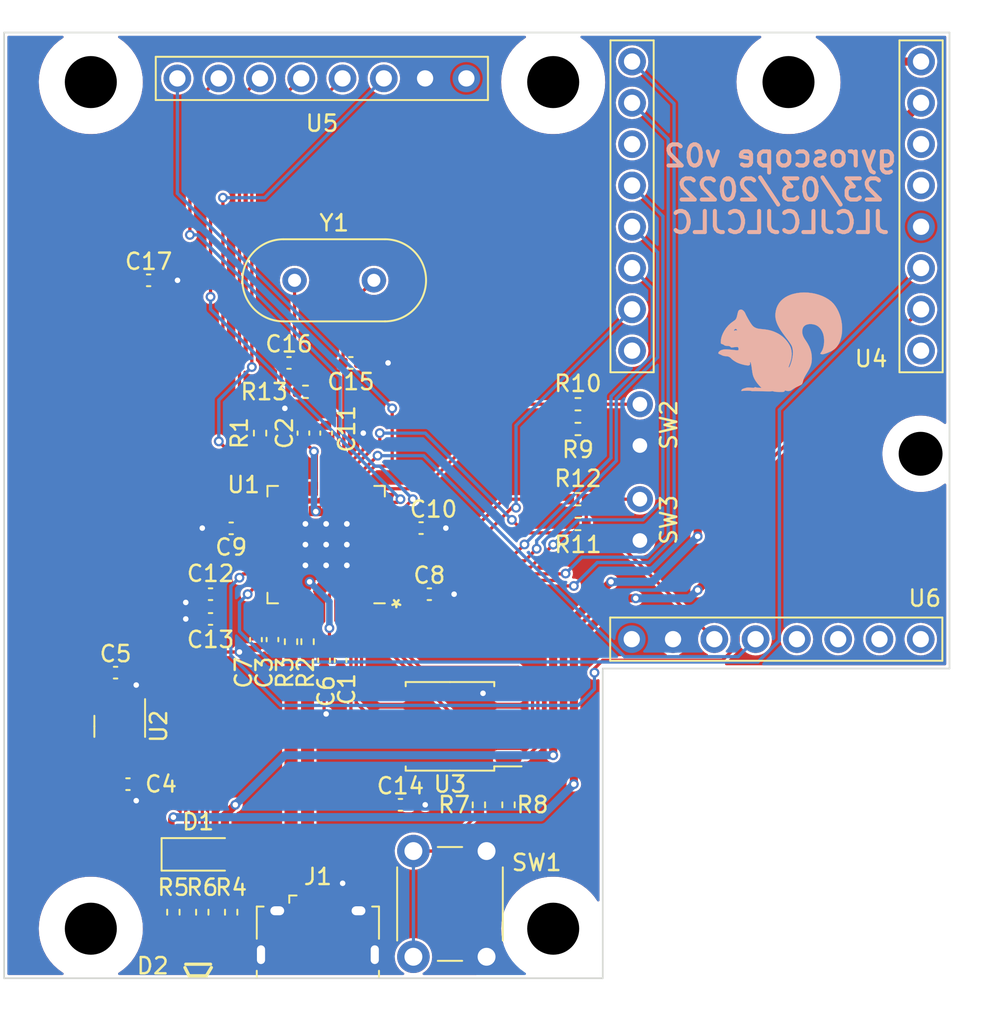
<source format=kicad_pcb>
(kicad_pcb (version 20211014) (generator pcbnew)
  (title_block (title "Gyroscope") (date "23/03/2022") (rev "v02") (comment 2 "https://creativecommons.org/licenses/by/4.0/") (comment 3 "License: CC BY 4.0") (comment 4 "Author: McLovin"))
  (layers (0 "F.Cu" signal) (31 "B.Cu" signal) (34 "B.Paste" user) (35 "F.Paste" user) (36 "B.SilkS" user "B.Silkscreen") (37 "F.SilkS" user "F.Silkscreen") (38 "B.Mask" user) (39 "F.Mask" user) (44 "Edge.Cuts" user))
  (net 0 "")
  (net 1 "/VBUS")
  (net 2 "/USB_D-")
  (net 3 "/USB_D+")
  (net 5 "GND")
  (net 6 "+3V3")
  (net 7 "/GP18")
  (net 8 "/GP17")
  (net 9 "/GP16")
  (net 10 "/GP11")
  (net 11 "/GP10")
  (net 12 "/GP13")
  (net 13 "Net-(R11-Pad1)")
  (net 14 "/GP0")
  (net 15 "/GP1")
  (net 16 "/GP2")
  (net 17 "/GP3")
  (net 18 "/GP4")
  (net 19 "/GP5")
  (net 20 "/GP6")
  (net 24 "/GP12")
  (net 25 "/GP14")
  (net 26 "/GP15")
  (net 27 "/XIN")
  (net 28 "/XOUT")
  (net 29 "+1V1")
  (net 32 "Net-(R1-Pad2)")
  (net 33 "/GP19")
  (net 34 "/GP20")
  (net 35 "/GP21")
  (net 42 "/GP28")
  (net 43 "/ADC_VREF")
  (net 44 "Net-(R3-Pad1)")
  (net 45 "Net-(R2-Pad1)")
  (net 46 "/QSPI_SD3")
  (net 47 "/QSPI_SCLK")
  (net 48 "/QSPI_SD0")
  (net 49 "/QSPI_SD2")
  (net 50 "/QSPI_SD1")
  (net 51 "/QSPI_SS")
  (net 52 "Net-(D2-Pad2)")
  (net 53 "Net-(D2-Pad3)")
  (net 54 "Net-(D2-Pad4)")
  (net 55 "Net-(R10-Pad1)")
  (net 61 "/VSYS")
  (net 66 "Net-(C16-Pad2)")
  (net 67 "/USB_BOOT")
  (footprint "Capacitor_SMD:C_0402_1005Metric" (layer "F.Cu") (at 114.3 86.868 180)
    (fp_text reference "C13")
    (fp_text value "100nF")
  )
  (footprint "gyroscope:SW_reset_recal" (layer "F.Cu") (at 140.716 80.772 90)
    (fp_text reference "SW3")
    (fp_text value "RE_CAL")
  )
  (footprint "Resistor_SMD:R_0402_1005Metric" (layer "F.Cu") (at 117.348 75.438 -90)
    (fp_text reference "R1")
    (fp_text value "10k")
  )
  (footprint "Crystal:Crystal_HC49-U_Vertical" (layer "F.Cu") (at 119.47 66.04)
    (fp_text reference "Y1")
    (fp_text value "ECS-120-18-4VX")
  )
  (footprint "Resistor_SMD:R_0402_1005Metric" (layer "F.Cu") (at 130.81 98.298 90)
    (fp_text reference "R7")
    (fp_text value "1k")
  )
  (footprint "gyroscope:PIM557" (layer "F.Cu") (at 149.098 61.722)
    (fp_text reference "U4")
    (fp_text value "PIM557")
  )
  (footprint "Capacitor_SMD:C_0402_1005Metric" (layer "F.Cu") (at 108.458 90.17)
    (fp_text reference "C5")
    (fp_text value "1uF")
  )
  (footprint "gyroscope:TFT_1.8in" (layer "F.Cu") (at 121.158 53.594 180)
    (fp_text reference "U5")
    (fp_text value "TFT_1.8in")
  )
  (footprint "MountingHole:MountingHole_3.2mm_M3" (layer "F.Cu") (at 106.934 105.918)
    (fp_text reference "H2")
    (fp_text value "MountingHole")
  )
  (footprint "Capacitor_SMD:C_0402_1005Metric" (layer "F.Cu") (at 115.57 81.296 180)
    (fp_text reference "C9")
    (fp_text value "100nF")
  )
  (footprint "gyroscope:POWER_SWITCH" (layer "F.Cu") (at 140.716 74.93 90)
    (fp_text reference "SW2")
    (fp_text value "POWER")
  )
  (footprint "Resistor_SMD:R_0402_1005Metric" (layer "F.Cu") (at 112.014 104.902 90)
    (fp_text reference "R5")
    (fp_text value "220")
  )
  (footprint "Capacitor_SMD:C_0402_1005Metric" (layer "F.Cu") (at 122.936 71.12 180)
    (fp_text reference "C15")
    (fp_text value "27pF")
  )
  (footprint "Capacitor_SMD:C_0402_1005Metric" (layer "F.Cu") (at 110.49 66.04)
    (fp_text reference "C17")
    (fp_text value "10uF")
  )
  (footprint "Capacitor_SMD:C_0402_1005Metric" (layer "F.Cu") (at 118.11 88.138 -90)
    (fp_text reference "C3")
    (fp_text value "1uF")
  )
  (footprint "Resistor_SMD:R_0402_1005Metric" (layer "F.Cu") (at 132.632 98.298 90)
    (fp_text reference "R8")
    (fp_text value "10k")
  )
  (footprint "Resistor_SMD:R_0402_1005Metric" (layer "F.Cu") (at 120.142 72.898)
    (fp_text reference "R13")
    (fp_text value "1k")
  )
  (footprint "Button_Switch_THT:SW_PUSH_6mm_H5mm" (layer "F.Cu") (at 126.782 107.644 90)
    (fp_text reference "SW1")
    (fp_text value "BOOTSEL")
  )
  (footprint "Resistor_SMD:R_0402_1005Metric" (layer "F.Cu") (at 136.906 73.66 180)
    (fp_text reference "R10")
    (fp_text value "10k")
  )
  (footprint "Resistor_SMD:R_0402_1005Metric" (layer "F.Cu") (at 136.906 81.026 180)
    (fp_text reference "R11")
    (fp_text value "10k")
  )
  (footprint "gyroscope:RGB_LED" (layer "F.Cu") (at 113.538 108.204)
    (fp_text reference "D2")
    (fp_text value "LED_AGRB")
  )
  (footprint "Capacitor_SMD:C_0402_1005Metric" (layer "F.Cu") (at 122.301 89.408 -90)
    (fp_text reference "C1")
    (fp_text value "100nF")
  )
  (footprint "MountingHole:MountingHole_3.2mm_M3" (layer "F.Cu") (at 135.382 105.918)
    (fp_text reference "H3")
    (fp_text value "MountingHole")
  )
  (footprint "MountingHole:MountingHole_3.2mm_M3" (layer "F.Cu") (at 106.934 53.848)
    (fp_text reference "H4")
    (fp_text value "MountingHole")
  )
  (footprint "Resistor_SMD:R_0402_1005Metric" (layer "F.Cu") (at 119.253 88.265 -90)
    (fp_text reference "R3")
    (fp_text value "27")
  )
  (footprint "Capacitor_SMD:C_0402_1005Metric" (layer "F.Cu") (at 120.015 75.438 90)
    (fp_text reference "C2")
    (fp_text value "100nF")
  )
  (footprint "Capacitor_SMD:C_0402_1005Metric" (layer "F.Cu") (at 117.094 88.138 -90)
    (fp_text reference "C7")
    (fp_text value "1uF")
  )
  (footprint "gyroscope:MPU-6050_pcb" (layer "F.Cu") (at 149.098 88.138 90)
    (fp_text reference "U6")
    (fp_text value "MPU-6050")
  )
  (footprint "Capacitor_SMD:C_0402_1005Metric" (layer "F.Cu") (at 127.254 81.28)
    (fp_text reference "C10")
    (fp_text value "100nF")
  )
  (footprint "Resistor_SMD:R_0402_1005Metric" (layer "F.Cu") (at 120.269 88.265 -90)
    (fp_text reference "R2")
    (fp_text value "27")
  )
  (footprint "Capacitor_SMD:C_0402_1005Metric" (layer "F.Cu") (at 121.285 89.408 -90)
    (fp_text reference "C6")
    (fp_text value "100nF")
  )
  (footprint "Package_TO_SOT_SMD:SOT-23" (layer "F.Cu") (at 108.712 93.472 -90)
    (fp_text reference "U2")
    (fp_text value "XC6206P332MR")
  )
  (footprint "Package_SO:SOIC-8_5.23x5.23mm_P1.27mm" (layer "F.Cu") (at 129.032 93.472 180)
    (fp_text reference "U3")
    (fp_text value "W25Q128JVS")
  )
  (footprint "Resistor_SMD:R_0402_1005Metric" (layer "F.Cu") (at 136.906 79.502 180)
    (fp_text reference "R12")
    (fp_text value "10k")
  )
  (footprint "Capacitor_SMD:C_0402_1005Metric" (layer "F.Cu") (at 125.984 98.298)
    (fp_text reference "C14")
    (fp_text value "100nF")
  )
  (footprint "Capacitor_SMD:C_0402_1005Metric" (layer "F.Cu") (at 121.412 75.438 90)
    (fp_text reference "C11")
    (fp_text value "100nF")
  )
  (footprint "gyroscope:RP2040-QFN-56" (layer "F.Cu") (at 121.412 82.296 180)
    (fp_text reference "U1")
    (fp_text value "RP2040")
  )
  (footprint "Diode_SMD:D_SOD-123" (layer "F.Cu") (at 113.538 101.346)
    (fp_text reference "D1")
    (fp_text value "1N4002W")
  )
  (footprint "MountingHole:MountingHole_3.2mm_M3" (layer "F.Cu") (at 135.382 53.848)
    (fp_text reference "H1")
    (fp_text value "MountingHole")
  )
  (footprint "gyroscope:logo_mirrored" (layer "F.Cu") (at 149.352 69.85)
    (fp_text reference "G***" hide)
    (fp_text value "LOGO" hide)
  )
  (footprint "Capacitor_SMD:C_0402_1005Metric" (layer "F.Cu") (at 114.3 85.344 180)
    (fp_text reference "C12")
    (fp_text value "100nF")
  )
  (footprint "Capacitor_SMD:C_0402_1005Metric" (layer "F.Cu") (at 119.126 71.12)
    (fp_text reference "C16")
    (fp_text value "27pF")
  )
  (footprint "MountingHole:MountingHole_3.2mm_M3" (layer "F.Cu") (at 149.86 53.848)
    (fp_text reference "H6")
    (fp_text value "MountingHole")
  )
  (footprint "MountingHole:MountingHole_2.7mm_M2.5" (layer "F.Cu") (at 157.988 76.708)
    (fp_text reference "H5")
    (fp_text value "MountingHole")
  )
  (footprint "Resistor_SMD:R_0402_1005Metric" (layer "F.Cu") (at 136.906 75.184 180)
    (fp_text reference "R9")
    (fp_text value "10k")
  )
  (footprint "gyroscope:USB 2.0 Micro B" (layer "F.Cu") (at 120.904 106.216)
    (fp_text reference "J1")
    (fp_text value "USB_B_Micro")
  )
  (footprint "Resistor_SMD:R_0402_1005Metric" (layer "F.Cu") (at 115.57 104.902 90)
    (fp_text reference "R4")
    (fp_text value "220")
  )
  (footprint "Capacitor_SMD:C_0402_1005Metric" (layer "F.Cu") (at 109.22 97.028)
    (fp_text reference "C4")
    (fp_text value "1uF")
  )
  (footprint "Resistor_SMD:R_0402_1005Metric" (layer "F.Cu") (at 113.792 104.902 90)
    (fp_text reference "R6")
    (fp_text value "220")
  )
  (footprint "Capacitor_SMD:C_0402_1005Metric" (layer "F.Cu") (at 127.762 85.344)
    (fp_text reference "C8")
    (fp_text value "100nF")
  )
  (gr_line (start 159.766 89.916) (end 159.766 50.8) (layer "Edge.Cuts") (width 0.1))
  (gr_line (start 138.43 108.966) (end 101.6 108.966) (layer "Edge.Cuts") (width 0.1))
  (gr_line (start 101.6 50.8) (end 159.766 50.8) (layer "Edge.Cuts") (width 0.1))
  (gr_line (start 159.766 89.916) (end 138.43 89.916) (layer "Edge.Cuts") (width 0.1))
  (gr_line (start 138.43 89.916) (end 138.43 108.966) (layer "Edge.Cuts") (width 0.1))
  (gr_line (start 101.6 108.966) (end 101.6 50.8) (layer "Edge.Cuts") (width 0.1))
  (gr_text "JLCJLCJLCJLC" (at 149.352 62.484) (layer "B.SilkS") (effects (font (size 1.3 1.3) (thickness 0.25)) (justify mirror)))
  (gr_text "gyroscope v02\n23/03/2022" (at 149.352 59.436) (layer "B.SilkS") (effects (font (size 1.3 1.3) (thickness 0.25)) (justify mirror)))
  (segment (start 151.384 57.912) (end 144.272 65.024) (width 0.5) (layer "F.Cu") (net 1))
  (segment (start 158.016 52.586) (end 156.71 52.586) (width 0.5) (layer "F.Cu") (net 1))
  (segment (start 115.188 98.934) (end 115.188 101.346) (width 0.5) (layer "F.Cu") (net 1))
  (segment (start 156.71 52.586) (end 151.384 57.912) (width 0.5) (layer "F.Cu") (net 1))
  (segment (start 144.272 65.024) (end 144.272 81.788) (width 0.5) (layer "F.Cu") (net 1))
  (segment (start 119.604 103.867454) (end 117.082546 101.346) (width 0.4) (layer "F.Cu") (net 1))
  (segment (start 117.082546 101.346) (end 115.188 101.346) (width 0.4) (layer "F.Cu") (net 1))
  (segment (start 115.824 98.298) (end 115.188 98.934) (width 0.5) (layer "F.Cu") (net 1))
  (segment (start 138.938 84.582) (end 135.382 88.138) (width 0.5) (layer "F.Cu") (net 1))
  (segment (start 135.382 88.138) (end 135.382 95.25) (width 0.5) (layer "F.Cu") (net 1))
  (segment (start 119.604 104.849) (end 119.604 103.867454) (width 0.4) (layer "F.Cu") (net 1))
  (via (at 135.382 95.25) (size 0.6) (drill 0.34) (layers "F.Cu" "B.Cu") (net 1))
  (via (at 144.272 81.788) (size 0.6) (drill 0.34) (layers "F.Cu" "B.Cu") (net 1))
  (via (at 115.824 98.298) (size 0.6) (drill 0.34) (layers "F.Cu" "B.Cu") (net 1))
  (via (at 138.938 84.582) (size 0.6) (drill 0.34) (layers "F.Cu" "B.Cu") (net 1))
  (segment (start 135.382 95.25) (end 118.872 95.25) (width 0.5) (layer "B.Cu") (net 1))
  (segment (start 144.272 81.788) (end 141.478 84.582) (width 0.5) (layer "B.Cu") (net 1))
  (segment (start 141.478 84.582) (end 138.938 84.582) (width 0.5) (layer "B.Cu") (net 1))
  (segment (start 118.872 95.25) (end 115.824 98.298) (width 0.5) (layer "B.Cu") (net 1))
  (segment (start 120.254 103.49) (end 120.254 104.849) (width 0.4) (layer "F.Cu") (net 2))
  (segment (start 119.38 102.616) (end 119.253 102.489) (width 0.8) (layer "F.Cu") (net 2))
  (segment (start 119.253 102.489) (end 119.253 88.775) (width 0.8) (layer "F.Cu") (net 2))
  (segment (start 119.38 102.616) (end 119.888 103.124) (width 0.8) (layer "F.Cu") (net 2))
  (segment (start 119.888 103.124) (end 120.254 103.49) (width 0.4) (layer "F.Cu") (net 2))
  (segment (start 120.904 102.362) (end 120.904 103.124) (width 0.8) (layer "F.Cu") (net 3))
  (segment (start 120.269 88.775) (end 120.269 101.727) (width 0.8) (layer "F.Cu") (net 3))
  (segment (start 120.904 103.124) (end 120.904 104.849) (width 0.4) (layer "F.Cu") (net 3))
  (segment (start 120.269 101.727) (end 120.904 102.362) (width 0.8) (layer "F.Cu") (net 3))
  (segment (start 109.662 92.5345) (end 109.662 90.998) (width 0.2) (layer "F.Cu") (net 5))
  (segment (start 109.7 97.028) (end 109.7 98.016) (width 0.2) (layer "F.Cu") (net 5))
  (segment (start 121.285 92.583) (end 121.412 92.71) (width 0.2) (layer "F.Cu") (net 5))
  (segment (start 128.242 85.344) (end 129.286 85.344) (width 0.2) (layer "F.Cu") (net 5))
  (segment (start 119.916 74.958) (end 118.872 73.914) (width 0.2) (layer "F.Cu") (net 5))
  (segment (start 126.464 98.298) (end 127.508 98.298) (width 0.2) (layer "F.Cu") (net 5))
  (segment (start 117.094 88.618) (end 116.36 88.618) (width 0.2) (layer "F.Cu") (net 5))
  (segment (start 108.938 90.17) (end 108.966 90.17) (width 0.2) (layer "F.Cu") (net 5))
  (segment (start 110.97 66.04) (end 112.268 66.04) (width 0.2) (layer "F.Cu") (net 5))
  (segment (start 127.734 81.28) (end 128.778 81.28) (width 0.2) (layer "F.Cu") (net 5))
  (segment (start 121.285 89.888) (end 122.301 89.888) (width 0.2) (layer "F.Cu") (net 5))
  (segment (start 123.416 71.12) (end 125.222 71.12) (width 0.2) (layer "F.Cu") (net 5))
  (segment (start 113.82 85.344) (end 113.284 85.344) (width 0.2) (layer "F.Cu") (net 5))
  (segment (start 131.191 91.567) (end 131.064 91.44) (width 0.2) (layer "F.Cu") (net 5))
  (segment (start 120.015 74.958) (end 121.412 74.958) (width 0.2) (layer "F.Cu") (net 5))
  (segment (start 113.82 86.868) (end 112.776 86.868) (width 0.2) (layer "F.Cu") (net 5))
  (segment (start 118.646 73.688) (end 118.872 73.914) (width 0.2) (layer "F.Cu") (net 5))
  (segment (start 115.09 81.296) (end 113.808 81.296) (width 0.2) (layer "F.Cu") (net 5))
  (segment (start 116.36 88.618) (end 116.078 88.9) (width 0.2) (layer "F.Cu") (net 5))
  (segment (start 123.698 76.454) (end 123.698 75.438) (width 0.2) (layer "F.Cu") (net 5))
  (segment (start 122.204 103.348) (end 122.428 103.124) (width 0.2) (layer "F.Cu") (net 5))
  (segment (start 113.808 81.296) (end 113.792 81.28) (width 0.2) (layer "F.Cu") (net 5))
  (segment (start 122.204 104.816) (end 122.204 103.348) (width 0.2) (layer "F.Cu") (net 5))
  (segment (start 122.412 78.8585) (end 122.412 77.74) (width 0.2) (layer "F.Cu") (net 5))
  (segment (start 109.662 90.998) (end 109.728 90.932) (width 0.2) (layer "F.Cu") (net 5))
  (segment (start 114.808 88.9) (end 112.776 86.868) (width 0.2) (layer "F.Cu") (net 5))
  (segment (start 108.966 90.17) (end 109.728 90.932) (width 0.2) (layer "F.Cu") (net 5))
  (segment (start 118.646 71.12) (end 118.646 73.688) (width 0.2) (layer "F.Cu") (net 5))
  (segment (start 120.015 74.958) (end 119.916 74.958) (width 0.2) (layer "F.Cu") (net 5))
  (segment (start 121.285 89.888) (end 121.285 92.583) (width 0.2) (layer "F.Cu") (net 5))
  (segment (start 118.11 88.618) (end 117.094 88.618) (width 0.2) (layer "F.Cu") (net 5))
  (segment (start 116.078 88.9) (end 114.808 88.9) (width 0.2) (layer "F.Cu") (net 5))
  (segment (start 122.412 77.74) (end 123.698 76.454) (width 0.2) (layer "F.Cu") (net 5))
  (segment (start 113.284 85.344) (end 112.776 85.852) (width 0.2) (layer "F.Cu") (net 5))
  (segment (start 132.632 91.567) (end 131.191 91.567) (width 0.2) (layer "F.Cu") (net 5))
  (segment (start 109.7 98.016) (end 109.728 98.044) (width 0.2) (layer "F.Cu") (net 5))
  (via (at 118.872 73.914) (size 0.6) (drill 0.34) (layers "F.Cu" "B.Cu") (net 5))
  (via (at 129.286 85.344) (size 0.6) (drill 0.34) (layers "F.Cu" "B.Cu") (net 5))
  (via (at 128.778 81.28) (size 0.6) (drill 0.34) (layers "F.Cu" "B.Cu") (net 5))
  (via (at 131.064 91.44) (size 0.6) (drill 0.34) (layers "F.Cu" "B.Cu") (net 5))
  (via (at 123.698 75.438) (size 0.6) (drill 0.34) (layers "F.Cu" "B.Cu") (net 5))
  (via (at 112.776 86.868) (size 0.6) (drill 0.34) (layers "F.Cu" "B.Cu") (net 5))
  (via (at 127.508 98.298) (size 0.6) (drill 0.34) (layers "F.Cu" "B.Cu") (net 5))
  (via (at 122.428 103.124) (size 0.6) (drill 0.34) (layers "F.Cu" "B.Cu") (net 5))
  (via (at 116.078 88.9) (size 0.6) (drill 0.34) (layers "F.Cu" "B.Cu") (net 5))
  (via (at 112.268 66.04) (size 0.6) (drill 0.34) (layers "F.Cu" "B.Cu") (net 5))
  (via (at 109.728 90.932) (size 0.6) (drill 0.34) (layers "F.Cu" "B.Cu") (net 5))
  (via (at 113.792 81.28) (size 0.6) (drill 0.34) (layers "F.Cu" "B.Cu") (net 5))
  (via (at 112.776 85.852) (size 0.6) (drill 0.34) (layers "F.Cu" "B.Cu") (net 5))
  (via (at 109.728 98.044) (size 0.6) (drill 0.34) (layers "F.Cu" "B.Cu") (net 5))
  (via (at 121.412 92.71) (size 0.6) (drill 0.34) (layers "F.Cu" "B.Cu") (net 5))
  (via (at 125.222 71.12) (size 0.6) (drill 0.34) (layers "F.Cu" "B.Cu") (net 5))
  (segment (start 118.558 84.896) (end 117.9745 84.896) (width 0.2) (layer "F.Cu") (net 6))
  (segment (start 121.031 88.674) (end 121.285 88.928) (width 0.2) (layer "F.Cu") (net 6))
  (segment (start 121.212 85.7335) (end 121.212 84.89) (width 0.2) (layer "F.Cu") (net 6))
  (segment (start 124.8495 84.896) (end 124.012 84.896) (width 0.2) (layer "F.Cu") (net 6))
  (segment (start 124.8495 81.296) (end 123.968 81.296) (width 0.2) (layer "F.Cu") (net 6))
  (segment (start 125.504 95.449) (end 125.432 95.377) (width 0.2) (layer "F.Cu") (net 6))
  (segment (start 125.504 98.298) (end 125.504 95.449) (width 0.2) (layer "F.Cu") (net 6))
  (segment (start 121.212 78.8585) (end 121.212 79.556) (width 0.2) (layer "F.Cu") (net 6))
  (segment (start 120.812 85.7335) (end 120.812 84.928) (width 0.2) (layer "F.Cu") (net 6))
  (segment (start 121.031 86.741) (end 121.031 88.674) (width 0.2) (layer "F.Cu") (net 6))
  (segment (start 124.8495 81.296) (end 126.758 81.296) (width 0.2) (layer "F.Cu") (net 6))
  (segment (start 117.9745 81.296) (end 116.05 81.296) (width 0.2) (layer "F.Cu") (net 6))
  (segment (start 121.212 79.556) (end 121.412 79.756) (width 0.2) (layer "F.Cu") (net 6))
  (segment (start 121.212 76.118) (end 121.412 75.918) (width 0.2) (layer "F.Cu") (net 6))
  (segment (start 121.212 85.7335) (end 121.212 86.56) (width 0.2) (layer "F.Cu") (net 6))
  (segment (start 121.212 78.8585) (end 121.212 76.118) (width 0.2) (layer "F.Cu") (net 6))
  (segment (start 119.212 84.922) (end 119.126 84.836) (width 0.2) (layer "F.Cu") (net 6))
  (segment (start 121.031 86.741) (end 120.812 86.522) (width 0.2) (layer "F.Cu") (net 6))
  (segment (start 120.812 84.928) (end 120.904 84.836) (width 0.2) (layer "F.Cu") (net 6))
  (segment (start 118.812 85.7335) (end 118.812 85.15) (width 0.2) (layer "F.Cu") (net 6))
  (segment (start 117.9745 81.296) (end 118.856 81.296) (width 0.2) (layer "F.Cu") (net 6))
  (segment (start 119.212 85.7335) (end 119.212 84.922) (width 0.2) (layer "F.Cu") (net 6))
  (segment (start 126.758 81.296) (end 126.774 81.28) (width 0.2) (layer "F.Cu") (net 6))
  (segment (start 121.212 86.56) (end 121.031 86.741) (width 0.2) (layer "F.Cu") (net 6))
  (segment (start 118.812 85.15) (end 118.558 84.896) (width 0.2) (layer "F.Cu") (net 6))
  (segment (start 120.812 86.522) (end 120.812 85.7335) (width 0.2) (layer "F.Cu") (net 6))
  (segment (start 113.284 75.692) (end 113.284 73.66) (width 0.2) (layer "F.Cu") (net 7))
  (segment (start 117.288 79.696) (end 113.792 76.2) (width 0.2) (layer "F.Cu") (net 7))
  (segment (start 113.284 73.66) (end 115.062 71.882) (width 0.2) (layer "F.Cu") (net 7))
  (segment (start 117.9745 79.696) (end 117.288 79.696) (width 0.2) (layer "F.Cu") (net 7))
  (segment (start 115.062 71.882) (end 115.062 60.96) (width 0.2) (layer "F.Cu") (net 7))
  (segment (start 113.792 76.2) (end 113.284 75.692) (width 0.2) (layer "F.Cu") (net 7))
  (via (at 115.062 60.96) (size 0.6) (drill 0.34) (layers "F.Cu" "B.Cu") (net 7))
  (segment (start 115.062 60.96) (end 117.622 60.96) (width 0.2) (layer "B.Cu") (net 7))
  (segment (start 117.622 60.96) (end 124.96 53.622) (width 0.2) (layer "B.Cu") (net 7))
  (segment (start 116.84 59.202) (end 116.84 71.374) (width 0.2) (layer "F.Cu") (net 8))
  (segment (start 118.384 57.658) (end 116.84 59.202) (width 0.2) (layer "F.Cu") (net 8))
  (segment (start 122.42 53.622) (end 118.384 57.658) (width 0.2) (layer "F.Cu") (net 8))
  (segment (start 117.7205 78.8585) (end 118.812 78.8585) (width 0.2) (layer "F.Cu") (net 8))
  (segment (start 114.808 75.946) (end 117.7205 78.8585) (width 0.2) (layer "F.Cu") (net 8))
  (via (at 116.84 71.374) (size 0.6) (drill 0.34) (layers "F.Cu" "B.Cu") (net 8))
  (via (at 114.808 75.946) (size 0.6) (drill 0.34) (layers "F.Cu" "B.Cu") (net 8))
  (segment (start 114.808 73.406) (end 114.808 75.946) (width 0.2) (layer "B.Cu") (net 8))
  (segment (start 116.84 71.374) (end 114.808 73.406) (width 0.2) (layer "B.Cu") (net 8))
  (segment (start 119.212 78.8585) (end 119.212 78.01777) (width 0.2) (layer "F.Cu") (net 9))
  (segment (start 116.586 76.708) (end 116.078 76.2) (width 0.2) (layer "F.Cu") (net 9))
  (segment (start 119.212 78.01777) (end 117.90223 76.708) (width 0.2) (layer "F.Cu") (net 9))
  (segment (start 117.90223 76.708) (end 116.586 76.708) (width 0.2) (layer "F.Cu") (net 9))
  (segment (start 116.078 76.2) (end 116.078 57.424) (width 0.2) (layer "F.Cu") (net 9))
  (segment (start 116.078 57.424) (end 119.88 53.622) (width 0.2) (layer "F.Cu") (net 9))
  (segment (start 124.8495 79.696) (end 125.79 79.696) (width 0.2) (layer "F.Cu") (net 10))
  (segment (start 125.79 79.696) (end 125.984 79.502) (width 0.2) (layer "F.Cu") (net 10))
  (segment (start 114.3 56.662) (end 117.34 53.622) (width 0.2) (layer "F.Cu") (net 10))
  (segment (start 114.3 67.056) (end 114.3 56.662) (width 0.2) (layer "F.Cu") (net 10))
  (via (at 125.984 79.502) (size 0.6) (drill 0.34) (layers "F.Cu" "B.Cu") (net 10))
  (via (at 114.3 67.056) (size 0.6) (drill 0.34) (layers "F.Cu" "B.Cu") (net 10))
  (segment (start 122.682 76.2) (end 114.3 67.818) (width 0.2) (layer "B.Cu") (net 10))
  (segment (start 125.984 79.502) (end 122.682 76.2) (width 0.2) (layer "B.Cu") (net 10))
  (segment (start 114.3 67.818) (end 114.3 67.056) (width 0.2) (layer "B.Cu") (net 10))
  (segment (start 113.03 63.246) (end 113.03 55.392) (width 0.2) (layer "F.Cu") (net 11))
  (segment (start 126.152 80.096) (end 126.746 79.502) (width 0.2) (layer "F.Cu") (net 11))
  (segment (start 113.03 55.392) (end 114.8 53.622) (width 0.2) (layer "F.Cu") (net 11))
  (segment (start 124.8495 80.096) (end 126.152 80.096) (width 0.2) (layer "F.Cu") (net 11))
  (via (at 113.03 63.246) (size 0.6) (drill 0.34) (layers "F.Cu" "B.Cu") (net 11))
  (via (at 126.746 79.502) (size 0.6) (drill 0.34) (layers "F.Cu" "B.Cu") (net 11))
  (segment (start 124.41377 77.47) (end 122.277885 75.334115) (width 0.2) (layer "B.Cu") (net 11))
  (segment (start 122.277885 72.003285) (end 113.5206 63.246) (width 0.2) (layer "B.Cu") (net 11))
  (segment (start 113.5206 63.246) (end 113.03 63.246) (width 0.2) (layer "B.Cu") (net 11))
  (segment (start 126.746 79.502) (end 124.714 77.47) (width 0.2) (layer "B.Cu") (net 11))
  (segment (start 122.277885 75.334115) (end 122.277885 72.003285) (width 0.2) (layer "B.Cu") (net 11))
  (segment (start 124.714 77.47) (end 124.41377 77.47) (width 0.2) (layer "B.Cu") (net 11))
  (segment (start 123.612 78.254354) (end 124.396354 77.47) (width 0.2) (layer "F.Cu") (net 12))
  (segment (start 125.476 77.216) (end 125.476 74.93) (width 0.2) (layer "F.Cu") (net 12))
  (segment (start 123.612 78.8585) (end 123.612 78.254354) (width 0.2) (layer "F.Cu") (net 12))
  (segment (start 124.396354 77.47) (end 125.222 77.47) (width 0.2) (layer "F.Cu") (net 12))
  (segment (start 125.222 77.47) (end 125.476 77.216) (width 0.2) (layer "F.Cu") (net 12))
  (segment (start 125.476 74.93) (end 125.476 73.914) (width 0.2) (layer "F.Cu") (net 12))
  (via (at 125.476 73.914) (size 0.6) (drill 0.34) (layers "F.Cu" "B.Cu") (net 12))
  (segment (start 112.26 60.698) (end 112.26 53.622) (width 0.2) (layer "B.Cu") (net 12))
  (segment (start 125.476 73.914) (end 112.26 60.698) (width 0.2) (layer "B.Cu") (net 12))
  (segment (start 137.416 79.502) (end 137.416 81.026) (width 0.2) (layer "F.Cu") (net 13))
  (segment (start 140.716 79.502) (end 137.416 79.502) (width 0.2) (layer "F.Cu") (net 13))
  (segment (start 131.994 84.496) (end 135.804 84.496) (width 0.2) (layer "F.Cu") (net 14))
  (segment (start 135.804 84.496) (end 136.144 84.836) (width 0.2) (layer "F.Cu") (net 14))
  (segment (start 124.8495 84.496) (end 131.994 84.496) (width 0.2) (layer "F.Cu") (net 14))
  (segment (start 136.144 84.836) (end 136.652 84.836) (width 0.2) (layer "F.Cu") (net 14))
  (via (at 136.652 84.836) (size 0.6) (drill 0.34) (layers "F.Cu" "B.Cu") (net 14))
  (segment (start 138.092969 83.395031) (end 141.276446 83.395031) (width 0.2) (layer "B.Cu") (net 14))
  (segment (start 142.82052 55.17052) (end 140.236 52.586) (width 0.2) (layer "B.Cu") (net 14))
  (segment (start 141.276446 83.395031) (end 142.82052 81.850957) (width 0.2) (layer "B.Cu") (net 14))
  (segment (start 136.652 84.836) (end 138.092969 83.395031) (width 0.2) (layer "B.Cu") (net 14))
  (segment (start 142.82052 81.850957) (end 142.82052 55.17052) (width 0.2) (layer "B.Cu") (net 14))
  (segment (start 136.122 84.096) (end 136.144 84.074) (width 0.2) (layer "F.Cu") (net 15))
  (segment (start 124.8495 84.096) (end 127.994 84.096) (width 0.2) (layer "F.Cu") (net 15))
  (segment (start 127.994 84.096) (end 136.122 84.096) (width 0.2) (layer "F.Cu") (net 15))
  (via (at 136.144 84.074) (size 0.6) (drill 0.34) (layers "F.Cu" "B.Cu") (net 15))
  (segment (start 142.45756 57.34756) (end 140.236 55.126) (width 0.2) (layer "B.Cu") (net 15))
  (segment (start 142.494 81.715707) (end 142.45756 81.679267) (width 0.2) (layer "B.Cu") (net 15))
  (segment (start 142.45756 81.679267) (end 142.45756 57.34756) (width 0.2) (layer "B.Cu") (net 15))
  (segment (start 136.144 84.074) (end 137.149489 83.068511) (width 0.2) (layer "B.Cu") (net 15))
  (segment (start 141.141196 83.068511) (end 142.494 81.715707) (width 0.2) (layer "B.Cu") (net 15))
  (segment (start 137.149489 83.068511) (end 141.141196 83.068511) (width 0.2) (layer "B.Cu") (net 15))
  (segment (start 129.029 83.696) (end 133.474 83.696) (width 0.2) (layer "F.Cu") (net 16))
  (segment (start 133.982 83.696) (end 135.382 82.296) (width 0.2) (layer "F.Cu") (net 16))
  (segment (start 133.474 83.696) (end 133.982 83.696) (width 0.2) (layer "F.Cu") (net 16))
  (segment (start 124.8495 83.696) (end 129.029 83.696) (width 0.2) (layer "F.Cu") (net 16))
  (via (at 135.382 82.296) (size 0.6) (drill 0.34) (layers "F.Cu" "B.Cu") (net 16))
  (segment (start 142.13104 62.10104) (end 140.236 60.206) (width 0.2) (layer "B.Cu") (net 16))
  (segment (start 140.897707 80.772) (end 142.13104 79.538667) (width 0.2) (layer "B.Cu") (net 16))
  (segment (start 136.906 80.772) (end 140.897707 80.772) (width 0.2) (layer "B.Cu") (net 16))
  (segment (start 142.13104 79.538667) (end 142.13104 62.10104) (width 0.2) (layer "B.Cu") (net 16))
  (segment (start 135.382 82.296) (end 136.906 80.772) (width 0.2) (layer "B.Cu") (net 16))
  (segment (start 133.63143 83.296) (end 134.127798 82.799632) (width 0.2) (layer "F.Cu") (net 17))
  (segment (start 134.127798 82.788202) (end 134.366 82.55) (width 0.2) (layer "F.Cu") (net 17))
  (segment (start 124.8495 83.296) (end 133.63143 83.296) (width 0.2) (layer "F.Cu") (net 17))
  (segment (start 134.127798 82.799632) (end 134.127798 82.788202) (width 0.2) (layer "F.Cu") (net 17))
  (via (at 134.366 82.55) (size 0.6) (drill 0.34) (layers "F.Cu" "B.Cu") (net 17))
  (segment (start 141.80452 64.31452) (end 140.236 62.746) (width 0.2) (layer "B.Cu") (net 17))
  (segment (start 141.80452 70.781667) (end 141.80452 64.31452) (width 0.2) (layer "B.Cu") (net 17))
  (segment (start 139.26452 77.14348) (end 139.26452 73.321668) (width 0.2) (layer "B.Cu") (net 17))
  (segment (start 134.366 82.55) (end 134.366 82.042) (width 0.2) (layer "B.Cu") (net 17))
  (segment (start 134.366 82.042) (end 139.26452 77.14348) (width 0.2) (layer "B.Cu") (net 17))
  (segment (start 139.26452 73.321668) (end 141.80452 70.781667) (width 0.2) (layer "B.Cu") (net 17))
  (segment (start 133.004 82.896) (end 133.614083 82.285917) (width 0.2) (layer "F.Cu") (net 18))
  (segment (start 124.8495 82.896) (end 133.004 82.896) (width 0.2) (layer "F.Cu") (net 18))
  (via (at 133.614083 82.285917) (size 0.6) (drill 0.34) (layers "F.Cu" "B.Cu") (net 18))
  (segment (start 133.614083 82.285917) (end 138.938 76.962) (width 0.2) (layer "B.Cu") (net 18))
  (segment (start 141.478 70.646418) (end 141.478 66.528) (width 0.2) (layer "B.Cu") (net 18))
  (segment (start 141.478 66.528) (end 140.236 65.286) (width 0.2) (layer "B.Cu") (net 18))
  (segment (start 138.938 76.962) (end 138.938 73.186418) (width 0.2) (layer "B.Cu") (net 18))
  (segment (start 138.938 73.186418) (end 141.478 70.646418) (width 0.2) (layer "B.Cu") (net 18))
  (segment (start 130.3734 82.496) (end 132.8409 80.0285) (width 0.2) (layer "F.Cu") (net 19))
  (segment (start 132.8409 80.0285) (end 133.096 80.0285) (width 0.2) (layer "F.Cu") (net 19))
  (segment (start 124.8495 82.496) (end 130.3734 82.496) (width 0.2) (layer "F.Cu") (net 19))
  (via (at 133.096 80.0285) (size 0.6) (drill 0.34) (layers "F.Cu" "B.Cu") (net 19))
  (segment (start 133.096 74.966) (end 140.236 67.826) (width 0.2) (layer "B.Cu") (net 19))
  (segment (start 133.096 80.0285) (end 133.096 74.966) (width 0.2) (layer "B.Cu") (net 19))
  (segment (start 129.74 82.096) (end 124.8495 82.096) (width 0.2) (layer "F.Cu") (net 20))
  (segment (start 132.334 79.502) (end 129.74 82.096) (width 0.2) (layer "F.Cu") (net 20))
  (segment (start 136.396 79.502) (end 132.334 79.502) (width 0.2) (layer "F.Cu") (net 20))
  (segment (start 127.3895 78.8585) (end 132.588 73.66) (width 0.2) (layer "F.Cu") (net 24))
  (segment (start 124.012 78.8585) (end 127.3895 78.8585) (width 0.2) (layer "F.Cu") (net 24))
  (segment (start 136.396 73.66) (end 132.588 73.66) (width 0.2) (layer "F.Cu") (net 24))
  (segment (start 123.212 78.8585) (end 123.212 78.2285) (width 0.2) (layer "F.Cu") (net 25))
  (segment (start 123.212 78.2285) (end 123.212 78.192584) (width 0.2) (layer "F.Cu") (net 25))
  (segment (start 123.212 78.192584) (end 124.578292 76.826292) (width 0.2) (layer "F.Cu") (net 25))
  (via (at 124.578292 76.826292) (size 0.6) (drill 0.34) (layers "F.Cu" "B.Cu") (net 25))
  (segment (start 146.759489 89.186511) (end 147.836 88.11) (width 0.2) (layer "B.Cu") (net 25))
  (segment (start 127.409874 76.826292) (end 139.770093 89.186511) (width 0.2) (layer "B.Cu") (net 25))
  (segment (start 124.578292 76.826292) (end 127.409874 76.826292) (width 0.2) (layer "B.Cu") (net 25))
  (segment (start 139.770093 89.186511) (end 146.759489 89.186511) (width 0.2) (layer "B.Cu") (net 25))
  (segment (start 122.812 78.8585) (end 122.812 77.848) (width 0.2) (layer "F.Cu") (net 26))
  (segment (start 133.64252 81.57252) (end 132.842 80.772) (width 0.2) (layer "F.Cu") (net 26))
  (segment (start 122.812 77.848) (end 124.714 75.946) (width 0.2) (layer "F.Cu") (net 26))
  (segment (start 124.714 75.946) (end 124.714 75.438) (width 0.2) (layer "F.Cu") (net 26))
  (segment (start 138.75852 81.57252) (end 133.64252 81.57252) (width 0.2) (layer "F.Cu") (net 26))
  (segment (start 145.296 88.11) (end 138.75852 81.57252) (width 0.2) (layer "F.Cu") (net 26))
  (via (at 132.842 80.772) (size 0.6) (drill 0.34) (layers "F.Cu" "B.Cu") (net 26))
  (via (at 124.714 75.438) (size 0.6) (drill 0.34) (layers "F.Cu" "B.Cu") (net 26))
  (segment (start 127.508 75.438) (end 124.714 75.438) (width 0.2) (layer "B.Cu") (net 26))
  (segment (start 132.842 80.772) (end 127.508 75.438) (width 0.2) (layer "B.Cu") (net 26))
  (segment (start 122.50052 76.58925) (end 122.50052 71.16452) (width 0.2) (layer "F.Cu") (net 27))
  (segment (start 122.012 78.8585) (end 122.012 77.07777) (width 0.2) (layer "F.Cu") (net 27))
  (segment (start 122.012 77.07777) (end 122.50052 76.58925) (width 0.2) (layer "F.Cu") (net 27))
  (segment (start 124.35 66.04) (end 122.456 67.934) (width 0.2) (layer "F.Cu") (net 27))
  (segment (start 122.50052 71.16452) (end 122.456 71.12) (width 0.2) (layer "F.Cu") (net 27))
  (segment (start 122.456 67.934) (end 122.456 71.12) (width 0.2) (layer "F.Cu") (net 27))
  (segment (start 120.652 72.898) (end 122.174 74.42) (width 0.2) (layer "F.Cu") (net 28))
  (segment (start 122.174 76.454) (end 121.612 77.016) (width 0.2) (layer "F.Cu") (net 28))
  (segment (start 122.174 74.42) (end 122.174 76.454) (width 0.2) (layer "F.Cu") (net 28))
  (segment (start 121.612 77.016) (end 121.612 78.8585) (width 0.2) (layer "F.Cu") (net 28))
  (segment (start 119.612 86.89) (end 119.612 85.7335) (width 0.2) (layer "F.Cu") (net 29))
  (segment (start 121.612 88.239) (end 122.301 88.928) (width 0.2) (layer "F.Cu") (net 29))
  (segment (start 120.812 76.715) (end 120.664 76.567) (width 0.2) (layer "F.Cu") (net 29))
  (segment (start 118.652058 87.122) (end 119.38 87.122) (width 0.2) (layer "F.Cu") (net 29))
  (segment (start 118.11 87.658) (end 118.116058 87.658) (width 0.2) (layer "F.Cu") (net 29))
  (segment (start 121.612 85.7335) (end 121.612 87.43) (width 0.2) (layer "F.Cu") (net 29))
  (segment (start 119.612 85.7335) (end 119.612 84.858) (width 0.2) (layer "F.Cu") (net 29))
  (segment (start 118.116058 87.658) (end 118.652058 87.122) (width 0.2) (layer "F.Cu") (net 29))
  (segment (start 120.664 76.567) (end 120.015 75.918) (width 0.2) (layer "F.Cu") (net 29))
  (segment (start 121.612 87.43) (end 121.612 88.239) (width 0.2) (layer "F.Cu") (net 29))
  (segment (start 119.38 87.122) (end 119.612 86.89) (width 0.2) (layer "F.Cu") (net 29))
  (segment (start 120.812 78.8585) (end 120.812 76.715) (width 0.2) (layer "F.Cu") (net 29))
  (via (at 120.777 80.264) (size 0.6) (drill 0.34) (layers "F.Cu" "B.Cu") (net 29))
  (via (at 120.396 84.582) (size 0.6) (drill 0.34) (layers "F.Cu" "B.Cu") (net 29))
  (via (at 120.664 76.567) (size 0.6) (drill 0.34) (layers "F.Cu" "B.Cu") (net 29))
  (via (at 121.612 87.43) (size 0.6) (drill 0.34) (layers "F.Cu" "B.Cu") (net 29))
  (segment (start 121.612 85.798) (end 120.396 84.582) (width 0.4) (layer "B.Cu") (net 29))
  (segment (start 120.664 80.151) (end 120.777 80.264) (width 0.4) (layer "B.Cu") (net 29))
  (segment (start 120.664 76.567) (end 120.664 80.151) (width 0.4) (layer "B.Cu") (net 29))
  (segment (start 121.612 87.43) (end 121.612 85.798) (width 0.4) (layer "B.Cu") (net 29))
  (segment (start 119.612 78.8585) (end 119.612 77.956) (width 0.2) (layer "F.Cu") (net 32))
  (segment (start 119.612 77.956) (end 117.604 75.948) (width 0.2) (layer "F.Cu") (net 32))
  (segment (start 117.604 75.948) (end 117.348 75.948) (width 0.2) (layer "F.Cu") (net 32))
  (segment (start 112.014 104.392) (end 112.776 103.63) (width 0.2) (layer "F.Cu") (net 33))
  (segment (start 109.982 89.662) (end 109.982 81.026) (width 0.2) (layer "F.Cu") (net 33))
  (segment (start 112.776 92.456) (end 109.982 89.662) (width 0.2) (layer "F.Cu") (net 33))
  (segment (start 109.982 81.026) (end 110.912 80.096) (width 0.2) (layer "F.Cu") (net 33))
  (segment (start 110.912 80.096) (end 117.9745 80.096) (width 0.2) (layer "F.Cu") (net 33))
  (segment (start 112.776 103.63) (end 112.776 92.456) (width 0.2) (layer "F.Cu") (net 33))
  (segment (start 110.30852 89.526751) (end 110.30852 86.868) (width 0.2) (layer "F.Cu") (net 34))
  (segment (start 117.9745 80.496) (end 116.818 80.496) (width 0.2) (layer "F.Cu") (net 34))
  (segment (start 110.30852 86.868) (end 110.30852 81.16125) (width 0.2) (layer "F.Cu") (net 34))
  (segment (start 110.30852 81.16125) (end 111.04725 80.42252) (width 0.2) (layer "F.Cu") (net 34))
  (segment (start 116.818 80.496) (end 116.74452 80.42252) (width 0.2) (layer "F.Cu") (net 34))
  (segment (start 113.792 104.392) (end 113.792 93.010231) (width 0.2) (layer "F.Cu") (net 34))
  (segment (start 111.04725 80.42252) (end 116.74452 80.42252) (width 0.2) (layer "F.Cu") (net 34))
  (segment (start 113.792 93.010231) (end 110.30852 89.526751) (width 0.2) (layer "F.Cu") (net 34))
  (segment (start 114.11852 92.874982) (end 114.11852 103.124) (width 0.2) (layer "F.Cu") (net 35))
  (segment (start 117.9745 80.896) (end 116.71 80.896) (width 0.2) (layer "F.Cu") (net 35))
  (segment (start 116.71 80.896) (end 116.56304 80.74904) (width 0.2) (layer "F.Cu") (net 35))
  (segment (start 111.1825 80.74904) (end 110.63504 81.2965) (width 0.2) (layer "F.Cu") (net 35))
  (segment (start 110.63504 89.391501) (end 114.11852 92.874982) (width 0.2) (layer "F.Cu") (net 35))
  (segment (start 116.56304 80.74904) (end 111.1825 80.74904) (width 0.2) (layer "F.Cu") (net 35))
  (segment (start 114.11852 103.124) (end 115.38652 104.392) (width 0.2) (layer "F.Cu") (net 35))
  (segment (start 110.63504 81.2965) (end 110.63504 89.391501) (width 0.2) (layer "F.Cu") (net 35))
  (segment (start 115.38652 104.392) (end 115.57 104.392) (width 0.2) (layer "F.Cu") (net 35))
  (segment (start 116.078 84.328) (end 116.31 84.096) (width 0.2) (layer "F.Cu") (net 42))
  (segment (start 116.31 84.096) (end 117.9745 84.096) (width 0.2) (layer "F.Cu") (net 42))
  (segment (start 138.43 89.408) (end 137.922 89.916) (width 0.2) (layer "F.Cu") (net 42))
  (segment (start 158.016 67.826) (end 146.759489 79.082511) (width 0.2) (layer "F.Cu") (net 42))
  (segment (start 145.796 89.408) (end 138.43 89.408) (width 0.2) (layer "F.Cu") (net 42))
  (segment (start 146.759489 79.082511) (end 146.759489 88.444511) (width 0.2) (layer "F.Cu") (net 42))
  (segment (start 146.759489 88.444511) (end 145.796 89.408) (width 0.2) (layer "F.Cu") (net 42))
  (segment (start 137.922 89.916) (end 137.922 90.17) (width 0.2) (layer "F.Cu") (net 42))
  (via (at 116.078 84.328) (size 0.6) (drill 0.34) (layers "F.Cu" "B.Cu") (net 42))
  (via (at 137.922 90.17) (size 0.6) (drill 0.34) (layers "F.Cu" "B.Cu") (net 42))
  (segment (start 115.551489 84.854511) (end 116.078 84.328) (width 0.2) (layer "B.Cu") (net 42))
  (segment (start 118.616889 92.183489) (end 115.551489 89.118089) (width 0.2) (layer "B.Cu") (net 42))
  (segment (start 135.908511 92.183489) (end 118.616889 92.183489) (width 0.2) (layer "B.Cu") (net 42))
  (segment (start 115.551489 89.118089) (end 115.551489 84.854511) (width 0.2) (layer "B.Cu") (net 42))
  (segment (start 137.922 91.186) (end 136.924511 92.183489) (width 0.2) (layer "B.Cu") (net 42))
  (segment (start 136.924511 92.183489) (end 135.908511 92.183489) (width 0.2) (layer "B.Cu") (net 42))
  (segment (start 137.922 90.17) (end 137.922 91.186) (width 0.2) (layer "B.Cu") (net 42))
  (segment (start 116.586 85.344) (end 117.434 84.496) (width 0.2) (layer "F.Cu") (net 43))
  (segment (start 117.434 84.496) (end 117.9745 84.496) (width 0.2) (layer "F.Cu") (net 43))
  (via (at 116.586 85.344) (size 0.6) (drill 0.34) (layers "F.Cu" "B.Cu") (net 43))
  (segment (start 116.078 87.63) (end 116.078 85.852) (width 0.2) (layer "B.Cu") (net 43))
  (segment (start 116.078 87.63) (end 117.961031 89.513031) (width 0.2) (layer "B.Cu") (net 43))
  (segment (start 149.299489 74.002511) (end 158.016 65.286) (width 0.2) (layer "B.Cu") (net 43))
  (segment (start 117.961031 89.513031) (end 147.976969 89.513031) (width 0.2) (layer "B.Cu") (net 43))
  (segment (start 149.299489 88.190511) (end 149.299489 74.002511) (width 0.2) (layer "B.Cu") (net 43))
  (segment (start 147.976969 89.513031) (end 149.299489 88.190511) (width 0.2) (layer "B.Cu") (net 43))
  (segment (start 116.078 85.852) (end 116.586 85.344) (width 0.2) (layer "B.Cu") (net 43))
  (segment (start 120.012 85.7335) (end 120.012 86.996) (width 0.2) (layer "F.Cu") (net 44))
  (segment (start 120.012 86.996) (end 119.253 87.755) (width 0.2) (layer "F.Cu") (net 44))
  (segment (start 120.412 85.7335) (end 120.412 87.612) (width 0.2) (layer "F.Cu") (net 45))
  (segment (start 120.412 87.612) (end 120.269 87.755) (width 0.2) (layer "F.Cu") (net 45))
  (segment (start 122.936 87.884) (end 122.936 92.456) (width 0.2) (layer "F.Cu") (net 46))
  (segment (start 122.012 85.7335) (end 122.012 86.96) (width 0.2) (layer "F.Cu") (net 46))
  (segment (start 122.936 92.456) (end 124.587 94.107) (width 0.2) (layer "F.Cu") (net 46))
  (segment (start 122.012 86.96) (end 122.936 87.884) (width 0.2) (layer "F.Cu") (net 46))
  (segment (start 124.587 94.107) (end 125.432 94.107) (width 0.2) (layer "F.Cu") (net 46))
  (segment (start 124.079 92.837) (end 125.432 92.837) (width 0.2) (layer "F.Cu") (net 47))
  (segment (start 123.26252 87.74875) (end 123.26252 92.02052) (width 0.2) (layer "F.Cu") (net 47))
  (segment (start 122.412 85.7335) (end 122.412 86.89823) (width 0.2) (layer "F.Cu") (net 47))
  (segment (start 122.412 86.89823) (end 123.26252 87.74875) (width 0.2) (layer "F.Cu") (net 47))
  (segment (start 123.26252 92.02052) (end 124.079 92.837) (width 0.2) (layer "F.Cu") (net 47))
  (segment (start 123.58904 91.07704) (end 124.079 91.567) (width 0.2) (layer "F.Cu") (net 48))
  (segment (start 124.079 91.567) (end 125.432 91.567) (width 0.2) (layer "F.Cu") (net 48))
  (segment (start 122.812 86.83646) (end 123.58904 87.613501) (width 0.2) (layer "F.Cu") (net 48))
  (segment (start 122.812 85.7335) (end 122.812 86.83646) (width 0.2) (layer "F.Cu") (net 48))
  (segment (start 123.58904 87.613501) (end 123.58904 91.07704) (width 0.2) (layer "F.Cu") (net 48))
  (segment (start 123.212 86.774691) (end 123.755654 87.318346) (width 0.2) (layer "F.Cu") (net 49))
  (segment (start 123.755654 87.318346) (end 129.274308 92.837) (width 0.2) (layer "F.Cu") (net 49))
  (segment (start 123.212 85.7335) (end 123.212 86.774691) (width 0.2) (layer "F.Cu") (net 49))
  (segment (start 129.274308 92.837) (end 132.632 92.837) (width 0.2) (layer "F.Cu") (net 49))
  (segment (start 133.731 94.107) (end 134.112 93.726) (width 0.2) (layer "F.Cu") (net 50))
  (segment (start 134.112 91.186) (end 133.096 90.17) (width 0.2) (layer "F.Cu") (net 50))
  (segment (start 134.112 93.726) (end 134.112 91.186) (width 0.2) (layer "F.Cu") (net 50))
  (segment (start 123.612 86.712922) (end 123.612 85.7335) (width 0.2) (layer "F.Cu") (net 50))
  (segment (start 133.096 90.17) (end 127.069078 90.17) (width 0.2) (layer "F.Cu") (net 50))
  (segment (start 127.069078 90.17) (end 123.612 86.712922) (width 0.2) (layer "F.Cu") (net 50))
  (segment (start 132.632 94.107) (end 133.731 94.107) (width 0.2) (layer "F.Cu") (net 50))
  (segment (start 134.43852 91.05075) (end 133.231249 89.84348) (width 0.2) (layer "F.Cu") (net 51))
  (segment (start 124.012 86.651152) (end 124.012 85.7335) (width 0.2) (layer "F.Cu") (net 51))
  (segment (start 133.231249 89.84348) (end 127.204328 89.84348) (width 0.2) (layer "F.Cu") (net 51))
  (segment (start 127.204328 89.84348) (end 124.012 86.651152) (width 0.2) (layer "F.Cu") (net 51))
  (segment (start 133.731 95.377) (end 134.43852 94.66948) (width 0.2) (layer "F.Cu") (net 51))
  (segment (start 134.43852 94.66948) (end 134.43852 91.05075) (width 0.2) (layer "F.Cu") (net 51))
  (segment (start 132.632 97.788) (end 132.632 95.377) (width 0.2) (layer "F.Cu") (net 51))
  (segment (start 132.632 95.377) (end 133.731 95.377) (width 0.2) (layer "F.Cu") (net 51))
  (segment (start 130.81 97.788) (end 132.632 97.788) (width 0.2) (layer "F.Cu") (net 51))
  (segment (start 113.113 106.511) (end 112.014 105.412) (width 0.2) (layer "F.Cu") (net 52))
  (segment (start 113.113 107.4452) (end 113.113 106.511) (width 0.2) (layer "F.Cu") (net 52))
  (segment (start 113.963 105.583) (end 113.792 105.412) (width 0.2) (layer "F.Cu") (net 53))
  (segment (start 113.963 107.4452) (end 113.963 105.583) (width 0.2) (layer "F.Cu") (net 53))
  (segment (start 114.838 106.144) (end 115.57 105.412) (width 0.2) (layer "F.Cu") (net 54))
  (segment (start 114.838 107.8452) (end 114.838 106.144) (width 0.2) (layer "F.Cu") (net 54))
  (segment (start 140.716 73.66) (end 137.416 73.66) (width 0.2) (layer "F.Cu") (net 55))
  (segment (start 137.416 73.66) (end 137.416 75.184) (width 0.2) (layer "F.Cu") (net 55))
  (segment (start 108.74 99.596) (end 108.74 97.028) (width 0.4) (layer "F.Cu") (net 61))
  (segment (start 111.888 101.346) (end 111.888 99.186) (width 0.4) (layer "F.Cu") (net 61))
  (segment (start 140.462 85.598) (end 139.446 85.598) (width 0.5) (layer "F.Cu") (net 61))
  (segment (start 146.05 83.312) (end 144.272 85.09) (width 0.5) (layer "F.Cu") (net 61))
  (segment (start 111.888 99.186) (end 112.014 99.06) (width 0.4) (layer "F.Cu") (net 61))
  (segment (start 137.668 87.376) (end 136.652 88.392) (width 0.5) (layer "F.Cu") (net 61))
  (segment (start 108.74 97.028) (end 108.74 94.4375) (width 0.4) (layer "F.Cu") (net 61))
  (segment (start 136.652 88.392) (end 136.652 97.028) (width 0.5) (layer "F.Cu") (net 61))
  (segment (start 110.49 101.346) (end 108.74 99.596) (width 0.4) (layer "F.Cu") (net 61))
  (segment (start 146.05 67.092) (end 146.05 72.39) (width 0.5) (layer "F.Cu") (net 61))
  (segment (start 108.74 94.4375) (end 108.712 94.4095) (width 0.4) (layer "F.Cu") (net 61))
  (segment (start 111.888 101.346) (end 110.49 101.346) (width 0.4) (layer "F.Cu") (net 61))
  (segment (start 139.446 85.598) (end 137.668 87.376) (width 0.5) (layer "F.Cu") (net 61))
  (segment (start 158.016 55.126) (end 146.05 67.092) (width 0.5) (layer "F.Cu") (net 61))
  (segment (start 146.05 72.39) (end 146.05 83.312) (width 0.5) (layer "F.Cu") (net 61))
  (via (at 112.014 99.06) (size 0.6) (drill 0.34) (layers "F.Cu" "B.Cu") (net 61))
  (via (at 144.272 85.09) (size 0.6) (drill 0.34) (layers "F.Cu" "B.Cu") (net 61))
  (via (at 140.462 85.598) (size 0.6) (drill 0.34) (layers "F.Cu" "B.Cu") (net 61))
  (via (at 136.652 97.028) (size 0.6) (drill 0.34) (layers "F.Cu" "B.Cu") (net 61))
  (segment (start 134.62 99.06) (end 112.014 99.06) (width 0.5) (layer "B.Cu") (net 61))
  (segment (start 136.652 97.028) (end 134.62 99.06) (width 0.5) (layer "B.Cu") (net 61))
  (segment (start 144.272 85.09) (end 143.764 85.598) (width 0.5) (layer "B.Cu") (net 61))
  (segment (start 143.764 85.598) (end 140.462 85.598) (width 0.5) (layer "B.Cu") (net 61))
  (segment (start 119.47 70.984) (end 119.606 71.12) (width 0.2) (layer "F.Cu") (net 66))
  (segment (start 119.47 66.04) (end 119.47 70.984) (width 0.2) (layer "F.Cu") (net 66))
  (segment (start 119.606 72.872) (end 119.632 72.898) (width 0.2) (layer "F.Cu") (net 66))
  (segment (start 119.606 71.12) (end 119.606 72.872) (width 0.2) (layer "F.Cu") (net 66))
  (segment (start 126.782 101.144) (end 128.474 101.144) (width 0.2) (layer "F.Cu") (net 67))
  (segment (start 128.474 101.144) (end 130.81 98.808) (width 0.2) (layer "F.Cu") (net 67))
  (segment (start 126.782 101.144) (end 126.782 107.644) (width 0.2) (layer "B.Cu") (net 67))
  (zone (net 6) (net_name "+3V3") (layer "F.Cu") (connect_pads yes (clearance 0.15)) (min_thickness 0.15) (fill yes (thermal_gap 0.508) (thermal_bridge_width 0.508))
    (polygon (pts (xy 160.02 90.17) (xy 138.684 90.17) (xy 138.684 109.22) (xy 101.346 109.22) (xy 101.346 50.546) (xy 160.02 50.546)))
  )
  (zone (net 6) (net_name "+3V3") (layer "F.Cu") (connect_pads yes (clearance 0.15)) (min_thickness 0.15) (fill yes (thermal_gap 0.508) (thermal_bridge_width 0.508))
    (polygon (pts (xy 118.618 79.502) (xy 124.206 79.502) (xy 124.206 85.09) (xy 118.618 85.09)))
  )
  (zone (net 29) (net_name "+1V1") (layer "F.Cu") (priority 1) (connect_pads yes (clearance 0.15)) (min_thickness 0.15) (fill yes (thermal_gap 0.508) (thermal_bridge_width 0.508))
    (polygon (pts (xy 119.4308 84.0232) (xy 123.1392 84.0232) (xy 123.1392 80.5688) (xy 120.3452 80.5688) (xy 120.3452 79.9084) (xy 121.1072 79.9084) (xy 121.1072 80.0608) (xy 123.5964 80.0608) (xy 123.5964 84.4804) (xy 120.7516 84.4804) (xy 120.7516 84.7852) (xy 120.4976 84.7852) (xy 120.4976 85.09) (xy 119.4308 85.09)))
  )
  (zone (net 5) (net_name "GND") (layer "B.Cu") (connect_pads yes (clearance 0.15)) (min_thickness 0.15) (fill yes (thermal_gap 0.508) (thermal_bridge_width 0.508))
    (polygon (pts (xy 160.02 90.17) (xy 138.684 90.17) (xy 138.684 109.22) (xy 101.346 109.22) (xy 101.346 50.546) (xy 160.02 50.546)))
  )
)
</source>
